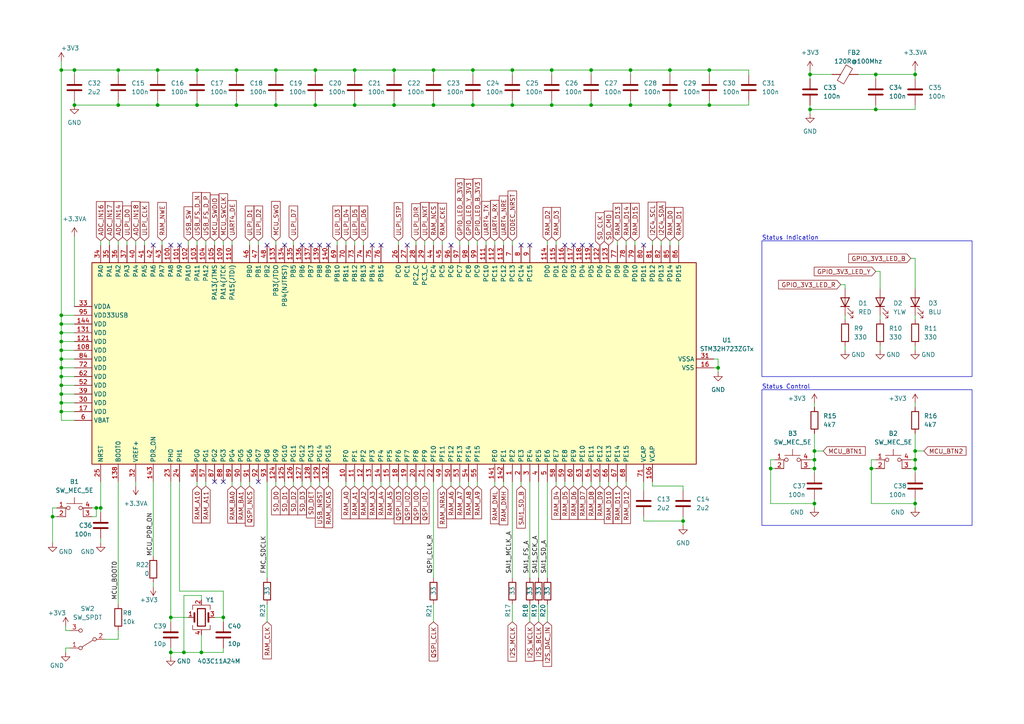
<source format=kicad_sch>
(kicad_sch (version 20230121) (generator eeschema)
  (paper "A4")
  (junction (at 205.74 30.48))
  (junction (at 68.58 20.32))
  (junction (at 171.45 30.48))
  (junction (at 49.53 179.07))
  (junction (at 57.15 20.32))
  (junction (at 17.78 109.22))
  (junction (at 17.78 101.6))
  (junction (at 160.02 20.32))
  (junction (at 198.12 151.13))
  (junction (at 91.44 20.32))
  (junction (at 91.44 30.48))
  (junction (at 234.95 31.75))
  (junction (at 17.78 114.3))
  (junction (at 194.31 20.32))
  (junction (at 254 31.75))
  (junction (at 17.78 99.06))
  (junction (at 182.88 30.48))
  (junction (at 17.78 93.98))
  (junction (at 17.78 116.84))
  (junction (at 102.87 30.48))
  (junction (at 252.73 135.89))
  (junction (at 236.22 133.35))
  (junction (at 17.78 91.44))
  (junction (at 125.73 30.48))
  (junction (at 102.87 20.32))
  (junction (at 125.73 20.32))
  (junction (at 21.59 20.32))
  (junction (at 80.01 30.48))
  (junction (at 15.24 149.86))
  (junction (at 68.58 30.48))
  (junction (at 171.45 20.32))
  (junction (at 58.42 189.23))
  (junction (at 236.22 146.05))
  (junction (at 45.72 20.32))
  (junction (at 137.16 30.48))
  (junction (at 57.15 30.48))
  (junction (at 254 21.59))
  (junction (at 34.29 30.48))
  (junction (at 236.22 135.89))
  (junction (at 114.3 20.32))
  (junction (at 45.72 30.48))
  (junction (at 64.77 179.07))
  (junction (at 234.95 21.59))
  (junction (at 34.29 20.32))
  (junction (at 148.59 30.48))
  (junction (at 265.43 133.35))
  (junction (at 137.16 20.32))
  (junction (at 49.53 189.23))
  (junction (at 17.78 119.38))
  (junction (at 17.78 111.76))
  (junction (at 223.52 135.89))
  (junction (at 80.01 20.32))
  (junction (at 194.31 30.48))
  (junction (at 265.43 130.81))
  (junction (at 17.78 20.32))
  (junction (at 182.88 20.32))
  (junction (at 27.94 147.32))
  (junction (at 148.59 20.32))
  (junction (at 236.22 130.81))
  (junction (at 265.43 135.89))
  (junction (at 17.78 104.14))
  (junction (at 29.21 147.32))
  (junction (at 21.59 30.48))
  (junction (at 160.02 30.48))
  (junction (at 208.28 106.68))
  (junction (at 114.3 30.48))
  (junction (at 17.78 106.68))
  (junction (at 265.43 146.05))
  (junction (at 17.78 96.52))
  (junction (at 205.74 20.32))
  (junction (at 265.43 21.59))
  (junction (at 53.34 189.23))
  (no_connect (at 130.81 71.12))
  (no_connect (at 153.67 71.12))
  (no_connect (at 44.45 71.12))
  (no_connect (at 74.93 139.7))
  (no_connect (at 87.63 71.12))
  (no_connect (at 92.71 71.12))
  (no_connect (at 110.49 71.12))
  (no_connect (at 107.95 71.12))
  (no_connect (at 151.13 71.12))
  (no_connect (at 166.37 71.12))
  (no_connect (at 52.07 71.12))
  (no_connect (at 118.11 71.12))
  (no_connect (at 168.91 71.12))
  (no_connect (at 77.47 71.12))
  (no_connect (at 163.83 71.12))
  (no_connect (at 90.17 71.12))
  (no_connect (at 62.23 139.7))
  (no_connect (at 171.45 71.12))
  (no_connect (at 49.53 71.12))
  (no_connect (at 64.77 139.7))
  (no_connect (at 186.69 71.12))
  (no_connect (at 82.55 71.12))
  (no_connect (at 95.25 71.12))
  (wire (pts (xy 252.73 146.05) (xy 265.43 146.05)))
  (wire (pts (xy 21.59 121.92) (xy 17.78 121.92)))
  (wire (pts (xy 265.43 31.75) (xy 265.43 30.48)))
  (wire (pts (xy 123.19 140.97) (xy 123.19 139.7)))
  (wire (pts (xy 264.16 133.35) (xy 265.43 133.35)))
  (wire (pts (xy 80.01 20.32) (xy 80.01 21.59)))
  (wire (pts (xy 64.77 187.96) (xy 64.77 189.23)))
  (wire (pts (xy 182.88 30.48) (xy 194.31 30.48)))
  (wire (pts (xy 19.05 181.61) (xy 19.05 182.88)))
  (wire (pts (xy 17.78 106.68) (xy 21.59 106.68)))
  (wire (pts (xy 245.11 82.55) (xy 245.11 83.82)))
  (wire (pts (xy 113.03 140.97) (xy 113.03 139.7)))
  (wire (pts (xy 45.72 20.32) (xy 34.29 20.32)))
  (wire (pts (xy 148.59 20.32) (xy 148.59 21.59)))
  (wire (pts (xy 181.61 69.85) (xy 181.61 71.12)))
  (wire (pts (xy 254 31.75) (xy 265.43 31.75)))
  (wire (pts (xy 252.73 133.35) (xy 252.73 135.89)))
  (wire (pts (xy 100.33 140.97) (xy 100.33 139.7)))
  (wire (pts (xy 17.78 106.68) (xy 17.78 104.14)))
  (wire (pts (xy 252.73 135.89) (xy 254 135.89)))
  (wire (pts (xy 156.21 139.7) (xy 156.21 167.64)))
  (wire (pts (xy 20.32 187.96) (xy 19.05 187.96)))
  (wire (pts (xy 264.16 74.93) (xy 265.43 74.93)))
  (wire (pts (xy 205.74 29.21) (xy 205.74 30.48)))
  (wire (pts (xy 58.42 189.23) (xy 64.77 189.23)))
  (wire (pts (xy 125.73 139.7) (xy 125.73 167.64)))
  (wire (pts (xy 102.87 69.85) (xy 102.87 71.12)))
  (wire (pts (xy 49.53 190.5) (xy 49.53 189.23)))
  (wire (pts (xy 148.59 20.32) (xy 137.16 20.32)))
  (wire (pts (xy 198.12 140.97) (xy 198.12 142.24)))
  (wire (pts (xy 54.61 69.85) (xy 54.61 71.12)))
  (wire (pts (xy 17.78 99.06) (xy 17.78 96.52)))
  (wire (pts (xy 15.24 149.86) (xy 15.24 157.48)))
  (wire (pts (xy 186.69 149.86) (xy 186.69 151.13)))
  (wire (pts (xy 82.55 140.97) (xy 82.55 139.7)))
  (wire (pts (xy 57.15 69.85) (xy 57.15 71.12)))
  (wire (pts (xy 125.73 20.32) (xy 125.73 21.59)))
  (wire (pts (xy 153.67 139.7) (xy 153.67 167.64)))
  (wire (pts (xy 44.45 170.18) (xy 44.45 168.91)))
  (wire (pts (xy 64.77 69.85) (xy 64.77 71.12)))
  (wire (pts (xy 34.29 30.48) (xy 45.72 30.48)))
  (wire (pts (xy 236.22 146.05) (xy 236.22 147.32)))
  (wire (pts (xy 194.31 20.32) (xy 182.88 20.32)))
  (wire (pts (xy 128.27 140.97) (xy 128.27 139.7)))
  (wire (pts (xy 171.45 20.32) (xy 171.45 21.59)))
  (wire (pts (xy 265.43 116.84) (xy 265.43 118.11)))
  (wire (pts (xy 34.29 185.42) (xy 34.29 182.88)))
  (wire (pts (xy 194.31 30.48) (xy 205.74 30.48)))
  (wire (pts (xy 39.37 69.85) (xy 39.37 71.12)))
  (wire (pts (xy 45.72 29.21) (xy 45.72 30.48)))
  (wire (pts (xy 102.87 29.21) (xy 102.87 30.48)))
  (wire (pts (xy 29.21 69.85) (xy 29.21 71.12)))
  (wire (pts (xy 245.11 100.33) (xy 245.11 101.6)))
  (wire (pts (xy 17.78 20.32) (xy 17.78 91.44)))
  (wire (pts (xy 29.21 156.21) (xy 29.21 157.48)))
  (wire (pts (xy 223.52 135.89) (xy 224.79 135.89)))
  (wire (pts (xy 156.21 175.26) (xy 156.21 180.34)))
  (wire (pts (xy 248.92 21.59) (xy 254 21.59)))
  (wire (pts (xy 39.37 139.7) (xy 39.37 140.97)))
  (wire (pts (xy 146.05 69.85) (xy 146.05 71.12)))
  (wire (pts (xy 182.88 20.32) (xy 182.88 21.59)))
  (wire (pts (xy 80.01 20.32) (xy 68.58 20.32)))
  (wire (pts (xy 223.52 133.35) (xy 223.52 135.89)))
  (wire (pts (xy 171.45 30.48) (xy 182.88 30.48)))
  (wire (pts (xy 148.59 175.26) (xy 148.59 180.34)))
  (wire (pts (xy 27.94 147.32) (xy 29.21 147.32)))
  (wire (pts (xy 264.16 135.89) (xy 265.43 135.89)))
  (wire (pts (xy 125.73 30.48) (xy 137.16 30.48)))
  (wire (pts (xy 17.78 109.22) (xy 17.78 106.68)))
  (wire (pts (xy 49.53 179.07) (xy 54.61 179.07)))
  (wire (pts (xy 217.17 21.59) (xy 217.17 20.32)))
  (wire (pts (xy 161.29 139.7) (xy 161.29 140.97)))
  (wire (pts (xy 19.05 182.88) (xy 20.32 182.88)))
  (wire (pts (xy 138.43 69.85) (xy 138.43 71.12)))
  (wire (pts (xy 85.09 140.97) (xy 85.09 139.7)))
  (wire (pts (xy 21.59 30.48) (xy 34.29 30.48)))
  (wire (pts (xy 17.78 99.06) (xy 21.59 99.06)))
  (wire (pts (xy 17.78 121.92) (xy 17.78 119.38)))
  (wire (pts (xy 34.29 139.7) (xy 34.29 175.26)))
  (wire (pts (xy 135.89 69.85) (xy 135.89 71.12)))
  (wire (pts (xy 68.58 20.32) (xy 68.58 21.59)))
  (wire (pts (xy 68.58 30.48) (xy 80.01 30.48)))
  (wire (pts (xy 205.74 30.48) (xy 217.17 30.48)))
  (wire (pts (xy 245.11 91.44) (xy 245.11 92.71)))
  (wire (pts (xy 74.93 69.85) (xy 74.93 71.12)))
  (wire (pts (xy 21.59 29.21) (xy 21.59 30.48)))
  (wire (pts (xy 17.78 104.14) (xy 21.59 104.14)))
  (wire (pts (xy 138.43 140.97) (xy 138.43 139.7)))
  (wire (pts (xy 160.02 29.21) (xy 160.02 30.48)))
  (wire (pts (xy 29.21 139.7) (xy 29.21 147.32)))
  (wire (pts (xy 49.53 179.07) (xy 49.53 180.34)))
  (wire (pts (xy 17.78 96.52) (xy 17.78 93.98)))
  (wire (pts (xy 64.77 179.07) (xy 64.77 180.34)))
  (wire (pts (xy 223.52 146.05) (xy 236.22 146.05)))
  (wire (pts (xy 171.45 29.21) (xy 171.45 30.48)))
  (wire (pts (xy 234.95 20.32) (xy 234.95 21.59)))
  (wire (pts (xy 265.43 100.33) (xy 265.43 101.6)))
  (wire (pts (xy 17.78 17.78) (xy 17.78 20.32)))
  (wire (pts (xy 234.95 30.48) (xy 234.95 31.75)))
  (wire (pts (xy 160.02 20.32) (xy 148.59 20.32)))
  (wire (pts (xy 91.44 20.32) (xy 80.01 20.32)))
  (wire (pts (xy 52.07 171.45) (xy 64.77 171.45)))
  (wire (pts (xy 236.22 125.73) (xy 236.22 130.81)))
  (wire (pts (xy 52.07 139.7) (xy 52.07 171.45)))
  (wire (pts (xy 158.75 139.7) (xy 158.75 167.64)))
  (wire (pts (xy 114.3 30.48) (xy 125.73 30.48)))
  (wire (pts (xy 236.22 130.81) (xy 236.22 133.35)))
  (wire (pts (xy 45.72 30.48) (xy 57.15 30.48)))
  (wire (pts (xy 243.84 82.55) (xy 245.11 82.55)))
  (wire (pts (xy 160.02 30.48) (xy 171.45 30.48)))
  (wire (pts (xy 114.3 20.32) (xy 102.87 20.32)))
  (wire (pts (xy 265.43 135.89) (xy 265.43 137.16)))
  (wire (pts (xy 58.42 184.15) (xy 58.42 189.23)))
  (wire (pts (xy 179.07 69.85) (xy 179.07 71.12)))
  (wire (pts (xy 265.43 130.81) (xy 267.97 130.81)))
  (wire (pts (xy 17.78 101.6) (xy 21.59 101.6)))
  (wire (pts (xy 166.37 139.7) (xy 166.37 140.97)))
  (wire (pts (xy 176.53 139.7) (xy 176.53 140.97)))
  (wire (pts (xy 26.67 149.86) (xy 27.94 149.86)))
  (wire (pts (xy 265.43 74.93) (xy 265.43 83.82)))
  (wire (pts (xy 49.53 187.96) (xy 49.53 189.23)))
  (wire (pts (xy 17.78 93.98) (xy 17.78 91.44)))
  (wire (pts (xy 57.15 20.32) (xy 45.72 20.32)))
  (wire (pts (xy 100.33 69.85) (xy 100.33 71.12)))
  (wire (pts (xy 80.01 29.21) (xy 80.01 30.48)))
  (wire (pts (xy 68.58 20.32) (xy 57.15 20.32)))
  (wire (pts (xy 17.78 20.32) (xy 21.59 20.32)))
  (wire (pts (xy 29.21 147.32) (xy 29.21 148.59)))
  (wire (pts (xy 163.83 139.7) (xy 163.83 140.97)))
  (wire (pts (xy 57.15 20.32) (xy 57.15 21.59)))
  (wire (pts (xy 181.61 139.7) (xy 181.61 140.97)))
  (wire (pts (xy 64.77 171.45) (xy 64.77 179.07)))
  (wire (pts (xy 207.01 106.68) (xy 208.28 106.68)))
  (wire (pts (xy 34.29 20.32) (xy 34.29 21.59)))
  (wire (pts (xy 17.78 116.84) (xy 17.78 114.3)))
  (wire (pts (xy 80.01 30.48) (xy 91.44 30.48)))
  (wire (pts (xy 91.44 29.21) (xy 91.44 30.48)))
  (wire (pts (xy 161.29 69.85) (xy 161.29 71.12)))
  (wire (pts (xy 34.29 20.32) (xy 21.59 20.32)))
  (wire (pts (xy 223.52 133.35) (xy 224.79 133.35)))
  (wire (pts (xy 184.15 69.85) (xy 184.15 71.12)))
  (wire (pts (xy 15.24 149.86) (xy 16.51 149.86)))
  (wire (pts (xy 171.45 20.32) (xy 160.02 20.32)))
  (wire (pts (xy 17.78 119.38) (xy 17.78 116.84)))
  (wire (pts (xy 254 78.74) (xy 255.27 78.74)))
  (wire (pts (xy 137.16 30.48) (xy 148.59 30.48)))
  (wire (pts (xy 107.95 140.97) (xy 107.95 139.7)))
  (wire (pts (xy 36.83 69.85) (xy 36.83 71.12)))
  (wire (pts (xy 168.91 139.7) (xy 168.91 140.97)))
  (wire (pts (xy 125.73 180.34) (xy 125.73 175.26)))
  (wire (pts (xy 115.57 140.97) (xy 115.57 139.7)))
  (wire (pts (xy 217.17 30.48) (xy 217.17 29.21)))
  (wire (pts (xy 158.75 175.26) (xy 158.75 180.34)))
  (wire (pts (xy 236.22 130.81) (xy 238.76 130.81)))
  (wire (pts (xy 34.29 29.21) (xy 34.29 30.48)))
  (wire (pts (xy 191.77 69.85) (xy 191.77 71.12)))
  (wire (pts (xy 143.51 139.7) (xy 143.51 140.97)))
  (wire (pts (xy 90.17 140.97) (xy 90.17 139.7)))
  (wire (pts (xy 67.31 140.97) (xy 67.31 139.7)))
  (wire (pts (xy 128.27 69.85) (xy 128.27 71.12)))
  (wire (pts (xy 153.67 175.26) (xy 153.67 180.34)))
  (wire (pts (xy 265.43 20.32) (xy 265.43 21.59)))
  (wire (pts (xy 15.24 147.32) (xy 16.51 147.32)))
  (wire (pts (xy 234.95 133.35) (xy 236.22 133.35)))
  (wire (pts (xy 254 21.59) (xy 254 22.86)))
  (wire (pts (xy 62.23 179.07) (xy 64.77 179.07)))
  (wire (pts (xy 91.44 20.32) (xy 91.44 21.59)))
  (wire (pts (xy 49.53 139.7) (xy 49.53 179.07)))
  (wire (pts (xy 69.85 140.97) (xy 69.85 139.7)))
  (wire (pts (xy 265.43 21.59) (xy 265.43 22.86)))
  (wire (pts (xy 125.73 20.32) (xy 114.3 20.32)))
  (wire (pts (xy 265.43 91.44) (xy 265.43 92.71)))
  (wire (pts (xy 105.41 140.97) (xy 105.41 139.7)))
  (wire (pts (xy 208.28 106.68) (xy 208.28 107.95)))
  (wire (pts (xy 105.41 69.85) (xy 105.41 71.12)))
  (wire (pts (xy 179.07 139.7) (xy 179.07 140.97)))
  (wire (pts (xy 114.3 29.21) (xy 114.3 30.48)))
  (wire (pts (xy 198.12 151.13) (xy 198.12 152.4)))
  (wire (pts (xy 130.81 140.97) (xy 130.81 139.7)))
  (wire (pts (xy 205.74 20.32) (xy 205.74 21.59)))
  (wire (pts (xy 17.78 116.84) (xy 21.59 116.84)))
  (wire (pts (xy 236.22 135.89) (xy 236.22 137.16)))
  (wire (pts (xy 21.59 68.58) (xy 21.59 88.9)))
  (wire (pts (xy 146.05 139.7) (xy 146.05 140.97)))
  (wire (pts (xy 198.12 149.86) (xy 198.12 151.13)))
  (wire (pts (xy 254 30.48) (xy 254 31.75)))
  (wire (pts (xy 207.01 104.14) (xy 208.28 104.14)))
  (wire (pts (xy 137.16 29.21) (xy 137.16 30.48)))
  (wire (pts (xy 234.95 135.89) (xy 236.22 135.89)))
  (wire (pts (xy 31.75 69.85) (xy 31.75 71.12)))
  (wire (pts (xy 265.43 130.81) (xy 265.43 133.35)))
  (wire (pts (xy 255.27 78.74) (xy 255.27 83.82)))
  (wire (pts (xy 194.31 29.21) (xy 194.31 30.48)))
  (wire (pts (xy 85.09 69.85) (xy 85.09 71.12)))
  (wire (pts (xy 252.73 135.89) (xy 252.73 146.05)))
  (wire (pts (xy 17.78 114.3) (xy 17.78 111.76)))
  (wire (pts (xy 77.47 139.7) (xy 77.47 167.64)))
  (wire (pts (xy 255.27 100.33) (xy 255.27 101.6)))
  (wire (pts (xy 160.02 20.32) (xy 160.02 21.59)))
  (wire (pts (xy 115.57 69.85) (xy 115.57 71.12)))
  (wire (pts (xy 234.95 22.86) (xy 234.95 21.59)))
  (wire (pts (xy 17.78 91.44) (xy 21.59 91.44)))
  (wire (pts (xy 102.87 30.48) (xy 114.3 30.48)))
  (wire (pts (xy 135.89 140.97) (xy 135.89 139.7)))
  (wire (pts (xy 120.65 69.85) (xy 120.65 71.12)))
  (wire (pts (xy 57.15 29.21) (xy 57.15 30.48)))
  (wire (pts (xy 17.78 111.76) (xy 17.78 109.22)))
  (wire (pts (xy 27.94 149.86) (xy 27.94 147.32)))
  (wire (pts (xy 158.75 69.85) (xy 158.75 71.12)))
  (wire (pts (xy 234.95 21.59) (xy 241.3 21.59)))
  (wire (pts (xy 17.78 101.6) (xy 17.78 99.06)))
  (wire (pts (xy 17.78 111.76) (xy 21.59 111.76)))
  (wire (pts (xy 151.13 139.7) (xy 151.13 140.97)))
  (wire (pts (xy 49.53 189.23) (xy 53.34 189.23)))
  (wire (pts (xy 80.01 69.85) (xy 80.01 71.12)))
  (wire (pts (xy 189.23 139.7) (xy 189.23 140.97)))
  (wire (pts (xy 125.73 29.21) (xy 125.73 30.48)))
  (wire (pts (xy 62.23 69.85) (xy 62.23 71.12)))
  (wire (pts (xy 58.42 172.72) (xy 53.34 172.72)))
  (wire (pts (xy 67.31 69.85) (xy 67.31 71.12)))
  (wire (pts (xy 26.67 147.32) (xy 27.94 147.32)))
  (wire (pts (xy 265.43 146.05) (xy 265.43 147.32)))
  (wire (pts (xy 17.78 96.52) (xy 21.59 96.52)))
  (wire (pts (xy 186.69 139.7) (xy 186.69 142.24)))
  (wire (pts (xy 137.16 20.32) (xy 125.73 20.32)))
  (wire (pts (xy 77.47 180.34) (xy 77.47 175.26)))
  (wire (pts (xy 45.72 20.32) (xy 45.72 21.59)))
  (wire (pts (xy 72.39 69.85) (xy 72.39 71.12)))
  (wire (pts (xy 217.17 20.32) (xy 205.74 20.32)))
  (wire (pts (xy 17.78 119.38) (xy 21.59 119.38)))
  (wire (pts (xy 137.16 20.32) (xy 137.16 21.59)))
  (wire (pts (xy 120.65 140.97) (xy 120.65 139.7)))
  (wire (pts (xy 143.51 69.85) (xy 143.51 71.12)))
  (wire (pts (xy 118.11 140.97) (xy 118.11 139.7)))
  (wire (pts (xy 255.27 91.44) (xy 255.27 92.71)))
  (wire (pts (xy 41.91 69.85) (xy 41.91 71.12)))
  (wire (pts (xy 189.23 140.97) (xy 198.12 140.97)))
  (wire (pts (xy 148.59 69.85) (xy 148.59 71.12)))
  (wire (pts (xy 236.22 116.84) (xy 236.22 118.11)))
  (wire (pts (xy 110.49 140.97) (xy 110.49 139.7)))
  (wire (pts (xy 102.87 140.97) (xy 102.87 139.7)))
  (wire (pts (xy 58.42 173.99) (xy 58.42 172.72)))
  (wire (pts (xy 148.59 29.21) (xy 148.59 30.48)))
  (wire (pts (xy 223.52 135.89) (xy 223.52 146.05)))
  (wire (pts (xy 236.22 133.35) (xy 236.22 135.89)))
  (wire (pts (xy 95.25 140.97) (xy 95.25 139.7)))
  (wire (pts (xy 17.78 104.14) (xy 17.78 101.6)))
  (wire (pts (xy 97.79 69.85) (xy 97.79 71.12)))
  (wire (pts (xy 148.59 139.7) (xy 148.59 167.64)))
  (wire (pts (xy 34.29 69.85) (xy 34.29 71.12)))
  (wire (pts (xy 21.59 20.32) (xy 21.59 21.59)))
  (wire (pts (xy 17.78 109.22) (xy 21.59 109.22)))
  (wire (pts (xy 92.71 140.97) (xy 92.71 139.7)))
  (wire (pts (xy 265.43 133.35) (xy 265.43 135.89)))
  (wire (pts (xy 72.39 140.97) (xy 72.39 139.7)))
  (wire (pts (xy 254 133.35) (xy 252.73 133.35)))
  (wire (pts (xy 182.88 20.32) (xy 171.45 20.32)))
  (wire (pts (xy 57.15 140.97) (xy 57.15 139.7)))
  (wire (pts (xy 234.95 31.75) (xy 234.95 33.02)))
  (wire (pts (xy 17.78 93.98) (xy 21.59 93.98)))
  (wire (pts (xy 53.34 172.72) (xy 53.34 189.23)))
  (wire (pts (xy 114.3 20.32) (xy 114.3 21.59)))
  (wire (pts (xy 265.43 125.73) (xy 265.43 130.81)))
  (wire (pts (xy 208.28 104.14) (xy 208.28 106.68)))
  (wire (pts (xy 133.35 140.97) (xy 133.35 139.7)))
  (wire (pts (xy 57.15 30.48) (xy 68.58 30.48)))
  (wire (pts (xy 102.87 20.32) (xy 102.87 21.59)))
  (wire (pts (xy 80.01 140.97) (xy 80.01 139.7)))
  (wire (pts (xy 148.59 30.48) (xy 160.02 30.48)))
  (wire (pts (xy 186.69 151.13) (xy 198.12 151.13)))
  (wire (pts (xy 87.63 140.97) (xy 87.63 139.7)))
  (wire (pts (xy 102.87 20.32) (xy 91.44 20.32)))
  (wire (pts (xy 15.24 147.32) (xy 15.24 149.86)))
  (wire (pts (xy 265.43 144.78) (xy 265.43 146.05)))
  (wire (pts (xy 171.45 139.7) (xy 171.45 140.97)))
  (wire (pts (xy 234.95 31.75) (xy 254 31.75)))
  (wire (pts (xy 205.74 20.32) (xy 194.31 20.32)))
  (wire (pts (xy 44.45 139.7) (xy 44.45 161.29)))
  (wire (pts (xy 53.34 189.23) (xy 58.42 189.23)))
  (wire (pts (xy 182.88 29.21) (xy 182.88 30.48)))
  (wire (pts (xy 194.31 20.32) (xy 194.31 21.59)))
  (wire (pts (xy 17.78 114.3) (xy 21.59 114.3)))
  (wire (pts (xy 236.22 144.78) (xy 236.22 146.05)))
  (wire (pts (xy 125.73 69.85) (xy 125.73 71.12)))
  (wire (pts (xy 68.58 29.21) (xy 68.58 30.48)))
  (wire (pts (xy 59.69 69.85) (xy 59.69 71.12)))
  (wire (pts (xy 189.23 69.85) (xy 189.23 71.12)))
  (wire (pts (xy 254 21.59) (xy 265.43 21.59)))
  (wire (pts (xy 196.85 69.85) (xy 196.85 71.12)))
  (wire (pts (xy 91.44 30.48) (xy 102.87 30.48)))
  (wire (pts (xy 19.05 187.96) (xy 19.05 189.23)))
  (wire (pts (xy 140.97 69.85) (xy 140.97 71.12)))
  (wire (pts (xy 123.19 69.85) (xy 123.19 71.12)))
  (wire (pts (xy 173.99 139.7) (xy 173.99 140.97)))
  (wire (pts (xy 46.99 69.85) (xy 46.99 71.12)))
  (wire (pts (xy 133.35 69.85) (xy 133.35 71.12)))
  (wire (pts (xy 194.31 69.85) (xy 194.31 71.12)))
  (wire (pts (xy 30.48 185.42) (xy 34.29 185.42)))
  (wire (pts (xy 59.69 139.7) (xy 59.69 140.97)))
  (rectangle (start 220.98 69.85) (end 281.94 109.22))
  (rectangle (start 220.98 113.03) (end 281.94 152.4))
  (text "Status Control" (at 220.98 113.03 0) (effects (font (size 1.27 1.27)) (justify left bottom)))
  (text "Status Indication" (at 220.98 69.85 0) (effects (font (size 1.27 1.27)) (justify left bottom)))
  (label "SAI1_SCK_A" (at 156.21 166.37 90))
  (label "FMC_SDCLK" (at 77.47 166.37 90))
  (label "MCU_BOOT0" (at 34.29 173.99 90))
  (label "QSPI_CLK_R" (at 125.73 166.37 90))
  (label "MCU_PDR_ON" (at 44.45 161.29 90))
  (label "SAI1_FS_A" (at 153.67 166.37 90))
  (label "SAI1_SD_A" (at 158.75 166.37 90))
  (label "SAI1_MCLK_A" (at 148.59 166.37 90))
  (global_label "RAM_D15" (shape input) (at 184.15 69.85 90) (property "Intersheetrefs" "${INTERSHEET_REFS}" (effects hide)))
  (global_label "RAM_D6" (shape input) (at 166.37 140.97 270) (property "Intersheetrefs" "${INTERSHEET_REFS}" (effects hide)))
  (global_label "UART4_DE" (shape input) (at 67.31 69.85 90) (property "Intersheetrefs" "${INTERSHEET_REFS}" (effects hide)))
  (global_label "MCU_SWCLK" (shape input) (at 64.77 69.85 90) (property "Intersheetrefs" "${INTERSHEET_REFS}" (effects hide)))
  (global_label "GPIO_LED_Y_3V3" (shape input) (at 135.89 69.85 90) (property "Intersheetrefs" "${INTERSHEET_REFS}" (effects hide)))
  (global_label "ULPI_STP" (shape input) (at 115.57 69.85 90) (property "Intersheetrefs" "${INTERSHEET_REFS}" (effects hide)))
  (global_label "I2C4_SDA" (shape input) (at 191.77 69.85 90) (property "Intersheetrefs" "${INTERSHEET_REFS}" (effects hide)))
  (global_label "RAM_A11" (shape input) (at 59.69 140.97 270) (property "Intersheetrefs" "${INTERSHEET_REFS}" (effects hide)))
  (global_label "RAM_D7" (shape input) (at 168.91 140.97 270) (property "Intersheetrefs" "${INTERSHEET_REFS}" (effects hide)))
  (global_label "SAI1_SD_B" (shape input) (at 151.13 140.97 270) (property "Intersheetrefs" "${INTERSHEET_REFS}" (effects hide)))
  (global_label "ULPI_D3" (shape input) (at 97.79 69.85 90) (property "Intersheetrefs" "${INTERSHEET_REFS}" (effects hide)))
  (global_label "GPIO_LED_B_3V3" (shape input) (at 138.43 69.85 90) (property "Intersheetrefs" "${INTERSHEET_REFS}" (effects hide)))
  (global_label "RAM_A6" (shape input) (at 130.81 140.97 270) (property "Intersheetrefs" "${INTERSHEET_REFS}" (effects hide)))
  (global_label "I2S_WCLK" (shape input) (at 153.67 180.34 270) (property "Intersheetrefs" "${INTERSHEET_REFS}" (effects hide)))
  (global_label "ULPI_DIR" (shape input) (at 120.65 69.85 90) (property "Intersheetrefs" "${INTERSHEET_REFS}" (effects hide)))
  (global_label "RAM_A2" (shape input) (at 105.41 140.97 270) (property "Intersheetrefs" "${INTERSHEET_REFS}" (effects hide)))
  (global_label "QSPI_CLK" (shape input) (at 125.73 180.34 270) (property "Intersheetrefs" "${INTERSHEET_REFS}" (effects hide)))
  (global_label "ULPI_D0" (shape input) (at 36.83 69.85 90) (property "Intersheetrefs" "${INTERSHEET_REFS}" (effects hide)))
  (global_label "RAM_D10" (shape input) (at 176.53 140.97 270) (property "Intersheetrefs" "${INTERSHEET_REFS}" (effects hide)))
  (global_label "RAM_D11" (shape input) (at 179.07 140.97 270) (property "Intersheetrefs" "${INTERSHEET_REFS}" (effects hide)))
  (global_label "RAM_A5" (shape input) (at 113.03 140.97 270) (property "Intersheetrefs" "${INTERSHEET_REFS}" (effects hide)))
  (global_label "ULPI_D2" (shape input) (at 74.93 69.85 90) (property "Intersheetrefs" "${INTERSHEET_REFS}" (effects hide)))
  (global_label "RAM_NCAS" (shape input) (at 95.25 140.97 270) (property "Intersheetrefs" "${INTERSHEET_REFS}" (effects hide)))
  (global_label "RAM_D4" (shape input) (at 161.29 140.97 270) (property "Intersheetrefs" "${INTERSHEET_REFS}" (effects hide)))
  (global_label "RAM_D14" (shape input) (at 181.61 69.85 90) (property "Intersheetrefs" "${INTERSHEET_REFS}" (effects hide)))
  (global_label "RAM_D1" (shape input) (at 196.85 69.85 90) (property "Intersheetrefs" "${INTERSHEET_REFS}" (effects hide)))
  (global_label "UART4_NRE" (shape input) (at 146.05 69.85 90) (property "Intersheetrefs" "${INTERSHEET_REFS}" (effects hide)))
  (global_label "GPIO_LED_R_3V3" (shape input) (at 133.35 69.85 90) (property "Intersheetrefs" "${INTERSHEET_REFS}" (effects hide)))
  (global_label "QSPI_IO0" (shape input) (at 120.65 140.97 270) (property "Intersheetrefs" "${INTERSHEET_REFS}" (effects hide)))
  (global_label "ULPI_NXT" (shape input) (at 123.19 69.85 90) (property "Intersheetrefs" "${INTERSHEET_REFS}" (effects hide)))
  (global_label "I2S_DAC_IN" (shape input) (at 158.75 180.34 270) (property "Intersheetrefs" "${INTERSHEET_REFS}" (effects hide)))
  (global_label "SD_CLK" (shape input) (at 173.99 71.12 90) (property "Intersheetrefs" "${INTERSHEET_REFS}" (effects hide)))
  (global_label "ULPI_D5" (shape input) (at 102.87 69.85 90) (property "Intersheetrefs" "${INTERSHEET_REFS}" (effects hide)))
  (global_label "ULPI_CLK" (shape input) (at 41.91 69.85 90) (property "Intersheetrefs" "${INTERSHEET_REFS}" (effects hide)))
  (global_label "SD_D2" (shape input) (at 85.09 140.97 270) (property "Intersheetrefs" "${INTERSHEET_REFS}" (effects hide)))
  (global_label "I2C4_SCL" (shape input) (at 189.23 69.85 90) (property "Intersheetrefs" "${INTERSHEET_REFS}" (effects hide)))
  (global_label "MCU_SWO" (shape input) (at 80.01 69.85 90) (property "Intersheetrefs" "${INTERSHEET_REFS}" (effects hide)))
  (global_label "SD_D1" (shape input) (at 82.55 140.97 270) (property "Intersheetrefs" "${INTERSHEET_REFS}" (effects hide)))
  (global_label "RAM_NRAS" (shape input) (at 128.27 140.97 270) (property "Intersheetrefs" "${INTERSHEET_REFS}" (effects hide)))
  (global_label "SD_D0" (shape input) (at 80.01 140.97 270) (property "Intersheetrefs" "${INTERSHEET_REFS}" (effects hide)))
  (global_label "RAM_BA1" (shape input) (at 69.85 140.97 270) (property "Intersheetrefs" "${INTERSHEET_REFS}" (effects hide)))
  (global_label "RAM_A1" (shape input) (at 102.87 140.97 270) (property "Intersheetrefs" "${INTERSHEET_REFS}" (effects hide)))
  (global_label "RAM_A7" (shape input) (at 133.35 140.97 270) (property "Intersheetrefs" "${INTERSHEET_REFS}" (effects hide)))
  (global_label "RAM_A9" (shape input) (at 138.43 140.97 270) (property "Intersheetrefs" "${INTERSHEET_REFS}" (effects hide)))
  (global_label "SD_DET" (shape input) (at 90.17 140.97 270) (property "Intersheetrefs" "${INTERSHEET_REFS}" (effects hide)))
  (global_label "RAM_A4" (shape input) (at 110.49 140.97 270) (property "Intersheetrefs" "${INTERSHEET_REFS}" (effects hide)))
  (global_label "I2S_BCLK" (shape input) (at 156.21 180.34 270) (property "Intersheetrefs" "${INTERSHEET_REFS}" (effects hide)))
  (global_label "RAM_D2" (shape input) (at 158.75 69.85 90) (property "Intersheetrefs" "${INTERSHEET_REFS}" (effects hide)))
  (global_label "MCU_SWDIO" (shape input) (at 62.23 69.85 90) (property "Intersheetrefs" "${INTERSHEET_REFS}" (effects hide)))
  (global_label "ADC_IN17" (shape input) (at 31.75 69.85 90) (property "Intersheetrefs" "${INTERSHEET_REFS}" (effects hide)))
  (global_label "SD_CMD" (shape input) (at 176.53 71.12 90) (property "Intersheetrefs" "${INTERSHEET_REFS}" (effects hide)))
  (global_label "MCU_BTN2" (shape input) (at 267.97 130.81 0) (property "Intersheetrefs" "${INTERSHEET_REFS}" (effects hide)))
  (global_label "CODEC_NRST" (shape input) (at 148.59 69.85 90) (property "Intersheetrefs" "${INTERSHEET_REFS}" (effects hide)))
  (global_label "ULPI_D1" (shape input) (at 72.39 69.85 90) (property "Intersheetrefs" "${INTERSHEET_REFS}" (effects hide)))
  (global_label "GPIO_3V3_LED_R" (shape input) (at 243.84 82.55 180) (property "Intersheetrefs" "${INTERSHEET_REFS}" (effects hide)))
  (global_label "RAM_D12" (shape input) (at 181.61 140.97 270) (property "Intersheetrefs" "${INTERSHEET_REFS}" (effects hide)))
  (global_label "ULPI_D6" (shape input) (at 105.41 69.85 90) (property "Intersheetrefs" "${INTERSHEET_REFS}" (effects hide)))
  (global_label "RAM_BA0" (shape input) (at 67.31 140.97 270) (property "Intersheetrefs" "${INTERSHEET_REFS}" (effects hide)))
  (global_label "RAM_A3" (shape input) (at 107.95 140.97 270) (property "Intersheetrefs" "${INTERSHEET_REFS}" (effects hide)))
  (global_label "ULPI_D4" (shape input) (at 100.33 69.85 90) (property "Intersheetrefs" "${INTERSHEET_REFS}" (effects hide)))
  (global_label "RAM_DMH" (shape input) (at 146.05 140.97 270) (property "Intersheetrefs" "${INTERSHEET_REFS}" (effects hide)))
  (global_label "QSPI_IO1" (shape input) (at 123.19 140.97 270) (property "Intersheetrefs" "${INTERSHEET_REFS}" (effects hide)))
  (global_label "USB_NRST" (shape input) (at 92.71 140.97 270) (property "Intersheetrefs" "${INTERSHEET_REFS}" (effects hide)))
  (global_label "RAM_A8" (shape input) (at 135.89 140.97 270) (property "Intersheetrefs" "${INTERSHEET_REFS}" (effects hide)))
  (global_label "RAM_D9" (shape input) (at 173.99 140.97 270) (property "Intersheetrefs" "${INTERSHEET_REFS}" (effects hide)))
  (global_label "QSPI_IO2" (shape input) (at 118.11 140.97 270) (property "Intersheetrefs" "${INTERSHEET_REFS}" (effects hide)))
  (global_label "ADC_IN16" (shape input) (at 29.21 69.85 90) (property "Intersheetrefs" "${INTERSHEET_REFS}" (effects hide)))
  (global_label "USB_SW" (shape input) (at 54.61 69.85 90) (property "Intersheetrefs" "${INTERSHEET_REFS}" (effects hide)))
  (global_label "ULPI_D7" (shape input) (at 85.09 69.85 90) (property "Intersheetrefs" "${INTERSHEET_REFS}" (effects hide)))
  (global_label "USB_FS_D_N" (shape input) (at 57.15 69.85 90) (property "Intersheetrefs" "${INTERSHEET_REFS}" (effects hide)))
  (global_label "RAM_A0" (shape input) (at 100.33 140.97 270) (property "Intersheetrefs" "${INTERSHEET_REFS}" (effects hide)))
  (global_label "UART4_RX" (shape input) (at 143.51 69.85 90) (property "Intersheetrefs" "${INTERSHEET_REFS}" (effects hide)))
  (global_label "QSPI_NCS" (shape input) (at 72.39 140.97 270) (property "Intersheetrefs" "${INTERSHEET_REFS}" (effects hide)))
  (global_label "GPIO_3V3_LED_Y" (shape input) (at 254 78.74 180) (property "Intersheetrefs" "${INTERSHEET_REFS}" (effects hide)))
  (global_label "UART4_TX" (shape input) (at 140.97 69.85 90) (property "Intersheetrefs" "${INTERSHEET_REFS}" (effects hide)))
  (global_label "MCU_BTN1" (shape input) (at 238.76 130.81 0) (property "Intersheetrefs" "${INTERSHEET_REFS}" (effects hide)))
  (global_label "RAM_A10" (shape input) (at 57.15 140.97 270) (property "Intersheetrefs" "${INTERSHEET_REFS}" (effects hide)))
  (global_label "RAM_D8" (shape input) (at 171.45 140.97 270) (property "Intersheetrefs" "${INTERSHEET_REFS}" (effects hide)))
  (global_label "RAM_CLK" (shape input) (at 77.47 180.34 270) (property "Intersheetrefs" "${INTERSHEET_REFS}" (effects hide)))
  (global_label "RAM_D3" (shape input) (at 161.29 69.85 90) (property "Intersheetrefs" "${INTERSHEET_REFS}" (effects hide)))
  (global_label "RAM_D5" (shape input) (at 163.83 140.97 270) (property "Intersheetrefs" "${INTERSHEET_REFS}" (effects hide)))
  (global_label "RAM_D0" (shape input) (at 194.31 69.85 90) (property "Intersheetrefs" "${INTERSHEET_REFS}" (effects hide)))
  (global_label "ADC_IN14" (shape input) (at 34.29 69.85 90) (property "Intersheetrefs" "${INTERSHEET_REFS}" (effects hide)))
  (global_label "RAM_NCS" (shape input) (at 125.73 69.85 90) (property "Intersheetrefs" "${INTERSHEET_REFS}" (effects hide)))
  (global_label "USB_FS_D_P" (shape input) (at 59.69 69.85 90) (property "Intersheetrefs" "${INTERSHEET_REFS}" (effects hide)))
  (global_label "I2S_MCLK" (shape input) (at 148.59 180.34 270) (property "Intersheetrefs" "${INTERSHEET_REFS}" (effects hide)))
  (global_label "RAM_D13" (shape input) (at 179.07 69.85 90) (property "Intersheetrefs" "${INTERSHEET_REFS}" (effects hide)))
  (global_label "RAM_NWE" (shape input) (at 46.99 69.85 90) (property "Intersheetrefs" "${INTERSHEET_REFS}" (effects hide)))
  (global_label "GPIO_3V3_LED_B" (shape input) (at 264.16 74.93 180) (property "Intersheetrefs" "${INTERSHEET_REFS}" (effects hide)))
  (global_label "QSPI_IO3" (shape input) (at 115.57 140.97 270) (property "Intersheetrefs" "${INTERSHEET_REFS}" (effects hide)))
  (global_label "ADC_IN18" (shape input) (at 39.37 69.85 90) (property "Intersheetrefs" "${INTERSHEET_REFS}" (effects hide)))
  (global_label "RAM_DML" (shape input) (at 143.51 140.97 270) (property "Intersheetrefs" "${INTERSHEET_REFS}" (effects hide)))
  (global_label "SD_D3" (shape input) (at 87.63 140.97 270) (property "Intersheetrefs" "${INTERSHEET_REFS}" (effects hide)))
  (global_label "RAM_CKE" (shape input) (at 128.27 69.85 90) (property "Intersheetrefs" "${INTERSHEET_REFS}" (effects hide)))
  (symbol (lib_id "Device:C") (at 265.43 140.97 180) (unit 1)
    (property "Reference" "C38" (at 259.08 140.97 0) (effects (justify right)))
    (property "Value" "100n" (at 257.81 143.51 0) (effects (justify right)))
    (property "Footprint" "Capacitor_SMD:C_0402_1005Metric" (effects hide))
  )
  (symbol (lib_id "power:+3.3VA") (at 265.43 20.32 0) (unit 1)
    (property "Reference" "#PWR025" (effects hide))
    (property "Value" "+3.3VA" (at 265.43 15.24 0))
  )
  (symbol (lib_id "power:GND") (at 208.28 107.95 0) (unit 1)
    (property "Reference" "#PWR032" (effects hide))
    (property "Value" "GND" (at 208.28 113.03 0))
  )
  (symbol (lib_id "Device:C") (at 102.87 25.4 0) (unit 1)
    (property "Reference" "C21" (at 106.68 24.13 0) (effects (justify left)))
    (property "Value" "100n" (at 106.68 26.67 0) (effects (justify left)))
    (property "Footprint" "Capacitor_SMD:C_0402_1005Metric" (effects hide))
  )
  (symbol (lib_id "power:GND") (at 198.12 152.4 0) (unit 1)
    (property "Reference" "#PWR021" (effects hide))
    (property "Value" "GND" (at 198.12 157.48 0))
  )
  (symbol (lib_id "Device:C") (at 171.45 25.4 0) (unit 1)
    (property "Reference" "C27" (at 175.26 24.13 0) (effects (justify left)))
    (property "Value" "100n" (at 175.26 26.67 0) (effects (justify left)))
    (property "Footprint" "Capacitor_SMD:C_0402_1005Metric" (effects hide))
  )
  (symbol (lib_id "Device:C") (at 217.17 25.4 0) (unit 1)
    (property "Reference" "C31" (at 220.98 24.13 0) (effects (justify left)))
    (property "Value" "100n" (at 220.98 26.67 0) (effects (justify left)))
    (property "Footprint" "Capacitor_SMD:C_0402_1005Metric" (effects hide))
  )
  (symbol (lib_id "Device:R") (at 265.43 121.92 0) (unit 1)
    (property "Reference" "R16" (at 267.97 120.65 0) (effects (justify left)))
    (property "Value" "4k7" (at 267.97 123.19 0) (effects (justify left)))
    (property "Footprint" "Resistor_SMD:R_0402_1005Metric" (effects hide))
  )
  (symbol (lib_id "Device:C") (at 137.16 25.4 0) (unit 1)
    (property "Reference" "C24" (at 140.97 24.13 0) (effects (justify left)))
    (property "Value" "100n" (at 140.97 26.67 0) (effects (justify left)))
    (property "Footprint" "Capacitor_SMD:C_0402_1005Metric" (effects hide))
  )
  (symbol (lib_id "Device:C") (at 254 26.67 0) (unit 1)
    (property "Reference" "C34" (at 257.81 25.4 0) (effects (justify left)))
    (property "Value" "100n" (at 257.81 27.94 0) (effects (justify left)))
    (property "Footprint" "Capacitor_SMD:C_0402_1005Metric" (effects hide))
  )
  (symbol (lib_id "Device:C") (at 45.72 25.4 0) (unit 1)
    (property "Reference" "C16" (at 49.53 24.13 0) (effects (justify left)))
    (property "Value" "100n" (at 49.53 26.67 0) (effects (justify left)))
    (property "Footprint" "Capacitor_SMD:C_0402_1005Metric" (effects hide))
  )
  (symbol (lib_id "Device:C") (at 68.58 25.4 0) (unit 1)
    (property "Reference" "C18" (at 72.39 24.13 0) (effects (justify left)))
    (property "Value" "100n" (at 72.39 26.67 0) (effects (justify left)))
    (property "Footprint" "Capacitor_SMD:C_0402_1005Metric" (effects hide))
  )
  (symbol (lib_id "Device:C") (at 182.88 25.4 0) (unit 1)
    (property "Reference" "C28" (at 186.69 24.13 0) (effects (justify left)))
    (property "Value" "100n" (at 186.69 26.67 0) (effects (justify left)))
    (property "Footprint" "Capacitor_SMD:C_0402_1005Metric" (effects hide))
  )
  (symbol (lib_id "Device:C") (at 125.73 25.4 0) (unit 1)
    (property "Reference" "C23" (at 129.54 24.13 0) (effects (justify left)))
    (property "Value" "100n" (at 129.54 26.67 0) (effects (justify left)))
    (property "Footprint" "Capacitor_SMD:C_0402_1005Metric" (effects hide))
  )
  (symbol (lib_id "power:+3V3") (at 17.78 17.78 0) (unit 1)
    (property "Reference" "#PWR023" (effects hide))
    (property "Value" "+3V3" (at 20.32 13.97 0))
  )
  (symbol (lib_id "Device:C") (at 29.21 152.4 180) (unit 1)
    (property "Reference" "C36" (at 22.86 152.4 0) (effects (justify right)))
    (property "Value" "100n" (at 21.59 154.94 0) (effects (justify right)))
    (property "Footprint" "Capacitor_SMD:C_0402_1005Metric" (effects hide))
  )
  (symbol (lib_id "Switch:SW_SPDT") (at 25.4 185.42 180) (unit 1)
    (property "Reference" "SW2" (at 25.4 176.53 0))
    (property "Value" "SW_SPDT" (at 25.4 179.07 0))
    (property "Footprint" "footprints:CSS-1210TB_NDC" (effects hide))
  )
  (symbol (lib_id "Device:C") (at 34.29 25.4 0) (unit 1)
    (property "Reference" "C15" (at 38.1 24.13 0) (effects (justify left)))
    (property "Value" "100n" (at 38.1 26.67 0) (effects (justify left)))
    (property "Footprint" "Capacitor_SMD:C_0402_1005Metric" (effects hide))
  )
  (symbol (lib_id "Device:C") (at 236.22 140.97 180) (unit 1)
    (property "Reference" "C37" (at 229.87 140.97 0) (effects (justify right)))
    (property "Value" "100n" (at 228.6 143.51 0) (effects (justify right)))
    (property "Footprint" "Capacitor_SMD:C_0402_1005Metric" (effects hide))
  )
  (symbol (lib_id "Device:C") (at 57.15 25.4 0) (unit 1)
    (property "Reference" "C17" (at 60.96 24.13 0) (effects (justify left)))
    (property "Value" "100n" (at 60.96 26.67 0) (effects (justify left)))
    (property "Footprint" "Capacitor_SMD:C_0402_1005Metric" (effects hide))
  )
  (symbol (lib_id "Device:LED") (at 255.27 87.63 90) (unit 1)
    (property "Reference" "D2" (at 259.08 87.9475 90) (effects (justify right)))
    (property "Value" "YLW" (at 259.08 90.4875 90) (effects (justify right)))
    (property "Footprint" "LED_SMD:LED_0402_1005Metric_Pad0.77x0.64mm_HandSolder" (effects hide))
  )
  (symbol (lib_id "Device:R") (at 148.59 171.45 0) (unit 1)
    (property "Reference" "R17" (at 147.32 179.07 90) (effects (justify left)))
    (property "Value" "33" (at 148.59 172.72 90) (effects (justify left)))
    (property "Footprint" "Resistor_SMD:R_0402_1005Metric" (effects hide))
  )
  (symbol (lib_id "power:GND") (at 15.24 157.48 0) (unit 1)
    (property "Reference" "#PWR033" (effects hide))
    (property "Value" "GND" (at 19.05 160.02 0))
  )
  (symbol (lib_id "power:+3.3VA") (at 21.59 68.58 0) (unit 1)
    (property "Reference" "#PWR027" (effects hide))
    (property "Value" "+3.3VA" (at 21.59 63.5 0))
  )
  (symbol (lib_id "Device:C") (at 198.12 146.05 0) (unit 1)
    (property "Reference" "C14" (at 201.93 144.78 0) (effects (justify left)))
    (property "Value" "2u2" (at 201.93 147.32 0) (effects (justify left)))
    (property "Footprint" "Capacitor_SMD:C_0402_1005Metric" (effects hide))
  )
  (symbol (lib_id "Device:R") (at 255.27 96.52 0) (unit 1)
    (property "Reference" "R10" (at 257.81 95.25 0) (effects (justify left)))
    (property "Value" "330" (at 257.81 97.79 0) (effects (justify left)))
    (property "Footprint" "Resistor_SMD:R_0402_1005Metric" (effects hide))
  )
  (symbol (lib_id "power:GND") (at 245.11 101.6 0) (unit 1)
    (property "Reference" "#PWR034" (effects hide))
    (property "Value" "GND" (at 248.92 102.87 0))
  )
  (symbol (lib_id "Device:C") (at 64.77 184.15 180) (unit 1)
    (property "Reference" "C40" (at 66.04 181.61 0) (effects (justify right)))
    (property "Value" "10p" (at 66.04 186.69 0) (effects (justify right)))
    (property "Footprint" "Capacitor_SMD:C_0402_1005Metric" (effects hide))
  )
  (symbol (lib_id "Device:C") (at 91.44 25.4 0) (unit 1)
    (property "Reference" "C20" (at 95.25 24.13 0) (effects (justify left)))
    (property "Value" "100n" (at 95.25 26.67 0) (effects (justify left)))
    (property "Footprint" "Capacitor_SMD:C_0402_1005Metric" (effects hide))
  )
  (symbol (lib_id "power:GND") (at 19.05 189.23 0) (unit 1)
    (property "Reference" "#PWR029" (effects hide))
    (property "Value" "GND" (at 16.51 193.04 0))
  )
  (symbol (lib_id "Device:R") (at 158.75 171.45 0) (unit 1)
    (property "Reference" "R20" (at 157.48 179.07 90) (effects (justify left)))
    (property "Value" "33" (at 158.75 172.72 90) (effects (justify left)))
    (property "Footprint" "Resistor_SMD:R_0402_1005Metric" (effects hide))
  )
  (symbol (lib_id "Device:R") (at 153.67 171.45 0) (unit 1)
    (property "Reference" "R18" (at 152.4 179.07 90) (effects (justify left)))
    (property "Value" "33" (at 153.67 172.72 90) (effects (justify left)))
    (property "Footprint" "Resistor_SMD:R_0402_1005Metric" (effects hide))
  )
  (symbol (lib_id "Device:C") (at 205.74 25.4 0) (unit 1)
    (property "Reference" "C30" (at 209.55 24.13 0) (effects (justify left)))
    (property "Value" "100n" (at 209.55 26.67 0) (effects (justify left)))
    (property "Footprint" "Capacitor_SMD:C_0402_1005Metric" (effects hide))
  )
  (symbol (lib_id "power:GND") (at 29.21 157.48 0) (unit 1)
    (property "Reference" "#PWR031" (effects hide))
    (property "Value" "GND" (at 25.4 160.02 0))
  )
  (symbol (lib_id "power:GND") (at 21.59 30.48 0) (unit 1)
    (property "Reference" "#PWR022" (effects hide))
    (property "Value" "GND" (at 21.59 35.56 0))
  )
  (symbol (lib_id "Device:R") (at 125.73 171.45 0) (unit 1)
    (property "Reference" "R21" (at 124.46 179.07 90) (effects (justify left)))
    (property "Value" "33" (at 125.73 172.72 90) (effects (justify left)))
    (property "Footprint" "Resistor_SMD:R_0402_1005Metric" (effects hide))
  )
  (symbol (lib_id "Device:FerriteBead") (at 245.11 21.59 90) (unit 1)
    (property "Reference" "FB2" (at 247.65 15.24 90))
    (property "Value" "120R@100Mhz" (at 248.92 17.78 90))
    (property "Footprint" "Inductor_SMD:L_0402_1005Metric" (effects hide))
  )
  (symbol (lib_id "Device:C") (at 265.43 26.67 0) (unit 1)
    (property "Reference" "C35" (at 269.24 25.4 0) (effects (justify left)))
    (property "Value" "100n" (at 269.24 27.94 0) (effects (justify left)))
    (property "Footprint" "Capacitor_SMD:C_0402_1005Metric" (effects hide))
  )
  (symbol (lib_id "power:+3.3VA") (at 39.37 140.97 180) (unit 1)
    (property "Reference" "#PWR028" (effects hide))
    (property "Value" "+3.3VA" (at 39.37 146.05 0))
  )
  (symbol (lib_id "Device:R") (at 44.45 165.1 0) (unit 1)
    (property "Reference" "R22" (at 39.37 163.83 0) (effects (justify left)))
    (property "Value" "0" (at 41.91 166.37 0) (effects (justify left)))
    (property "Footprint" "Resistor_SMD:R_0402_1005Metric" (effects hide))
  )
  (symbol (lib_id "Device:C") (at 160.02 25.4 0) (unit 1)
    (property "Reference" "C26" (at 163.83 24.13 0) (effects (justify left)))
    (property "Value" "100n" (at 163.83 26.67 0) (effects (justify left)))
    (property "Footprint" "Capacitor_SMD:C_0402_1005Metric" (effects hide))
  )
  (symbol (lib_id "Device:Crystal_GND24") (at 58.42 179.07 0) (unit 1)
    (property "Reference" "Y1" (at 60.96 173.99 0))
    (property "Value" "403C11A24M" (at 63.5 191.77 0))
    (property "Footprint" "Crystal:Crystal_SMD_3225-4Pin_3.2x2.5mm" (effects hide))
  )
  (symbol (lib_id "power:GND") (at 49.53 190.5 0) (unit 1)
    (property "Reference" "#PWR043" (effects hide))
    (property "Value" "GND" (at 53.34 191.77 0))
  )
  (symbol (lib_id "power:GND") (at 236.22 147.32 0) (unit 1)
    (property "Reference" "#PWR038" (effects hide))
    (property "Value" "GND" (at 231.14 148.59 0))
  )
  (symbol (lib_id "Switch:SW_MEC_5E") (at 229.87 135.89 0) (unit 1)
    (property "Reference" "B3" (at 229.87 125.73 0))
    (property "Value" "SW_MEC_5E" (at 229.87 128.27 0))
    (property "Footprint" "footprints:PTS645SL43SMTR92LFS_CNK" (effects hide))
  )
  (symbol (lib_id "Device:LED") (at 265.43 87.63 90) (unit 1)
    (property "Reference" "D3" (at 269.24 87.9475 90) (effects (justify right)))
    (property "Value" "BLU" (at 269.24 90.4875 90) (effects (justify right)))
    (property "Footprint" "LED_SMD:LED_0402_1005Metric_Pad0.77x0.64mm_HandSolder" (effects hide))
  )
  (symbol (lib_id "power:GND") (at 255.27 101.6 0) (unit 1)
    (property "Reference" "#PWR035" (effects hide))
    (property "Value" "GND" (at 259.08 102.87 0))
  )
  (symbol (lib_id "Device:R") (at 156.21 171.45 0) (unit 1)
    (property "Reference" "R19" (at 154.94 179.07 90) (effects (justify left)))
    (property "Value" "33" (at 156.21 172.72 90) (effects (justify left)))
    (property "Footprint" "Resistor_SMD:R_0402_1005Metric" (effects hide))
  )
  (symbol (lib_id "Device:R") (at 245.11 96.52 0) (unit 1)
    (property "Reference" "R9" (at 247.65 95.25 0) (effects (justify left)))
    (property "Value" "330" (at 247.65 97.79 0) (effects (justify left)))
    (property "Footprint" "Resistor_SMD:R_0402_1005Metric" (effects hide))
  )
  (symbol (lib_id "power:+3V3") (at 265.43 116.84 0) (unit 1)
    (property "Reference" "#PWR041" (effects hide))
    (property "Value" "+3V3" (at 260.35 115.57 0))
  )
  (symbol (lib_id "power:+3V3") (at 234.95 20.32 0) (unit 1)
    (property "Reference" "#PWR026" (effects hide))
    (property "Value" "+3V3" (at 234.95 15.24 0))
  )
  (symbol (lib_id "Device:R") (at 236.22 121.92 0) (unit 1)
    (property "Reference" "R15" (at 238.76 120.65 0) (effects (justify left)))
    (property "Value" "4k7" (at 238.76 123.19 0) (effects (justify left)))
    (property "Footprint" "Resistor_SMD:R_0402_1005Metric" (effects hide))
  )
  (symbol (lib_id "MCU_ST_STM32H7:STM32H723ZGTx") (at 115.57 106.68 90) (unit 1)
    (property "Reference" "U1" (at 210.82 98.6439 90))
    (property "Value" "STM32H723ZGTx" (at 210.82 101.1839 90))
    (property "Footprint" "Package_QFP:LQFP-144_20x20mm_P0.5mm" (effects hide))
    (property "Datasheet" "https://www.st.com/resource/en/datasheet/stm32h723zg.pdf" (effects hide))
  )
  (symbol (lib_id "Device:C") (at 186.69 146.05 0) (unit 1)
    (property "Reference" "C13" (at 190.5 144.78 0) (effects (justify left)))
    (property "Value" "2u2" (at 190.5 147.32 0) (effects (justify left)))
    (property "Footprint" "Capacitor_SMD:C_0402_1005Metric" (effects hide))
  )
  (symbol (lib_id "Device:C") (at 114.3 25.4 0) (unit 1)
    (property "Reference" "C22" (at 118.11 24.13 0) (effects (justify left)))
    (property "Value" "100n" (at 118.11 26.67 0) (effects (justify left)))
    (property "Footprint" "Capacitor_SMD:C_0402_1005Metric" (effects hide))
  )
  (symbol (lib_id "Device:C") (at 194.31 25.4 0) (unit 1)
    (property "Reference" "C29" (at 198.12 24.13 0) (effects (justify left)))
    (property "Value" "100n" (at 198.12 26.67 0) (effects (justify left)))
    (property "Footprint" "Capacitor_SMD:C_0402_1005Metric" (effects hide))
  )
  (symbol (lib_id "Device:C") (at 234.95 26.67 0) (unit 1)
    (property "Reference" "C33" (at 238.76 25.4 0) (effects (justify left)))
    (property "Value" "100n" (at 238.76 27.94 0) (effects (justify left)))
    (property "Footprint" "Capacitor_SMD:C_0402_1005Metric" (effects hide))
  )
  (symbol (lib_id "Switch:SW_MEC_5E") (at 21.59 149.86 0) (unit 1)
    (property "Reference" "B1" (at 21.59 139.7 0))
    (property "Value" "SW_MEC_5E" (at 21.59 142.24 0))
    (property "Footprint" "footprints:PTS645SL43SMTR92LFS_CNK" (effects hide))
  )
  (symbol (lib_id "Device:LED") (at 245.11 87.63 90) (unit 1)
    (property "Reference" "D1" (at 248.92 87.9475 90) (effects (justify right)))
    (property "Value" "RED" (at 248.92 90.4875 90) (effects (justify right)))
    (property "Footprint" "LED_SMD:LED_0402_1005Metric_Pad0.77x0.64mm_HandSolder" (effects hide))
  )
  (symbol (lib_id "power:GND") (at 234.95 33.02 0) (unit 1)
    (property "Reference" "#PWR024" (effects hide))
    (property "Value" "GND" (at 234.95 38.1 0))
  )
  (symbol (lib_id "Device:C") (at 148.59 25.4 0) (unit 1)
    (property "Reference" "C25" (at 152.4 24.13 0) (effects (justify left)))
    (property "Value" "100n" (at 152.4 26.67 0) (effects (justify left)))
    (property "Footprint" "Capacitor_SMD:C_0402_1005Metric" (effects hide))
  )
  (symbol (lib_id "Device:R") (at 34.29 179.07 180) (unit 1)
    (property "Reference" "R8" (at 35.56 177.8 0) (effects (justify right)))
    (property "Value" "10k" (at 35.56 180.34 0) (effects (justify right)))
    (property "Footprint" "Resistor_SMD:R_0402_1005Metric" (effects hide))
  )
  (symbol (lib_id "Switch:SW_MEC_5E") (at 259.08 135.89 0) (unit 1)
    (property "Reference" "B2" (at 259.08 125.73 0))
    (property "Value" "SW_MEC_5E" (at 259.08 128.27 0))
    (property "Footprint" "footprints:PTS645SL43SMTR92LFS_CNK" (effects hide))
  )
  (symbol (lib_id "power:+3V3") (at 19.05 181.61 0) (unit 1)
    (property "Reference" "#PWR030" (effects hide))
    (property "Value" "+3V3" (at 16.51 177.8 0))
  )
  (symbol (lib_id "Device:C") (at 49.53 184.15 180) (unit 1)
    (property "Reference" "C39" (at 44.45 181.61 0) (effects (justify right)))
    (property "Value" "10p" (at 44.45 186.69 0) (effects (justify right)))
    (property "Footprint" "Capacitor_SMD:C_0402_1005Metric" (effects hide))
  )
  (symbol (lib_id "Device:C") (at 21.59 25.4 0) (unit 1)
    (property "Reference" "C32" (at 25.4 24.13 0) (effects (justify left)))
    (property "Value" "2u2" (at 25.4 26.67 0) (effects (justify left)))
    (property "Footprint" "Capacitor_SMD:C_0402_1005Metric" (effects hide))
  )
  (symbol (lib_id "power:GND") (at 265.43 101.6 0) (unit 1)
    (property "Reference" "#PWR036" (effects hide))
    (property "Value" "GND" (at 269.24 102.87 0))
  )
  (symbol (lib_id "Device:R") (at 265.43 96.52 0) (unit 1)
    (property "Reference" "R11" (at 267.97 95.25 0) (effects (justify left)))
    (property "Value" "330" (at 267.97 97.79 0) (effects (justify left)))
    (property "Footprint" "Resistor_SMD:R_0402_1005Metric" (effects hide))
  )
  (symbol (lib_id "Device:C") (at 80.01 25.4 0) (unit 1)
    (property "Reference" "C19" (at 83.82 24.13 0) (effects (justify left)))
    (property "Value" "100n" (at 83.82 26.67 0) (effects (justify left)))
    (property "Footprint" "Capacitor_SMD:C_0402_1005Metric" (effects hide))
  )
  (symbol (lib_id "Device:R") (at 77.47 171.45 0) (unit 1)
    (property "Reference" "R23" (at 76.2 179.07 90) (effects (justify left)))
    (property "Value" "33" (at 77.47 172.72 90) (effects (justify left)))
    (property "Footprint" "Resistor_SMD:R_0402_1005Metric" (effects hide))
  )
  (symbol (lib_id "power:+3V3") (at 44.45 170.18 180) (unit 1)
    (property "Reference" "#PWR042" (effects hide))
    (property "Value" "+3V3" (at 43.18 173.99 0))
  )
  (symbol (lib_id "power:GND") (at 265.43 147.32 0) (unit 1)
    (property "Reference" "#PWR039" (effects hide))
    (property "Value" "GND" (at 260.35 148.59 0))
  )
  (symbol (lib_id "power:+3V3") (at 236.22 116.84 0) (unit 1)
    (property "Reference" "#PWR040" (effects hide))
    (property "Value" "+3V3" (at 231.14 115.57 0))
  )
)
</source>
